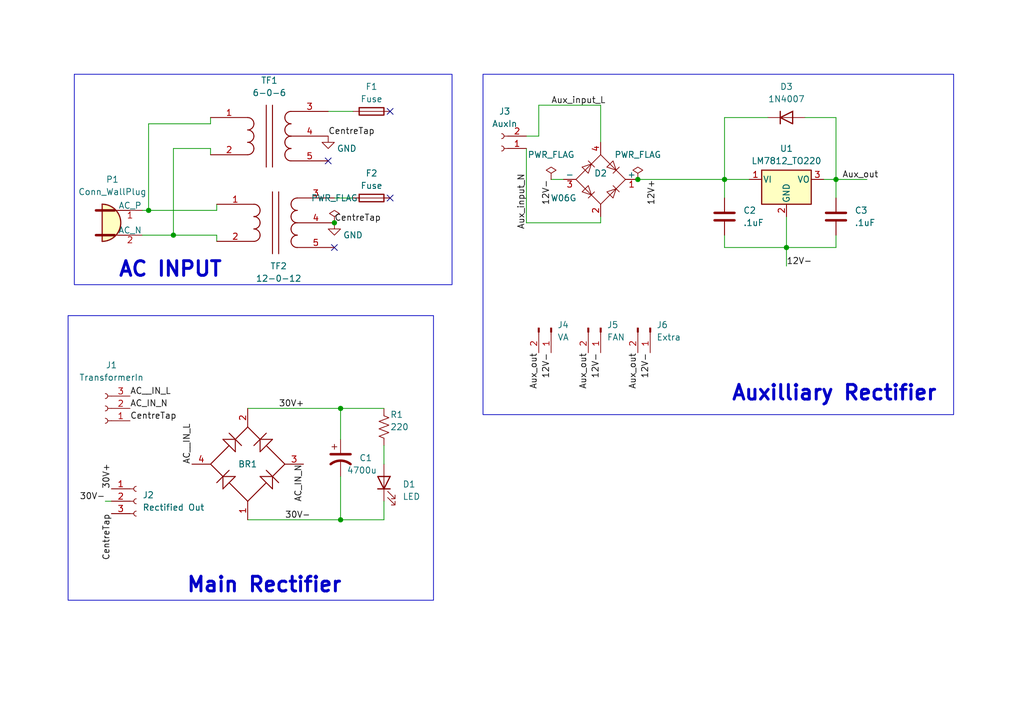
<source format=kicad_sch>
(kicad_sch (version 20230121) (generator eeschema)

  (uuid 85225bbb-a12f-4483-ac90-767368bd8ae2)

  (paper "A5")

  (title_block
    (title "Bench power supply")
    (date "2023-10-15")
    (rev "1")
  )

  (lib_symbols
    (symbol "Connector:Conn_01x02_Pin" (pin_names (offset 1.016) hide) (in_bom yes) (on_board yes)
      (property "Reference" "J" (at 0 2.54 0)
        (effects (font (size 1.27 1.27)))
      )
      (property "Value" "Conn_01x02_Pin" (at 0 -5.08 0)
        (effects (font (size 1.27 1.27)))
      )
      (property "Footprint" "" (at 0 0 0)
        (effects (font (size 1.27 1.27)) hide)
      )
      (property "Datasheet" "~" (at 0 0 0)
        (effects (font (size 1.27 1.27)) hide)
      )
      (property "ki_locked" "" (at 0 0 0)
        (effects (font (size 1.27 1.27)))
      )
      (property "ki_keywords" "connector" (at 0 0 0)
        (effects (font (size 1.27 1.27)) hide)
      )
      (property "ki_description" "Generic connector, single row, 01x02, script generated" (at 0 0 0)
        (effects (font (size 1.27 1.27)) hide)
      )
      (property "ki_fp_filters" "Connector*:*_1x??_*" (at 0 0 0)
        (effects (font (size 1.27 1.27)) hide)
      )
      (symbol "Conn_01x02_Pin_1_1"
        (polyline
          (pts
            (xy 1.27 -2.54)
            (xy 0.8636 -2.54)
          )
          (stroke (width 0.1524) (type default))
          (fill (type none))
        )
        (polyline
          (pts
            (xy 1.27 0)
            (xy 0.8636 0)
          )
          (stroke (width 0.1524) (type default))
          (fill (type none))
        )
        (rectangle (start 0.8636 -2.413) (end 0 -2.667)
          (stroke (width 0.1524) (type default))
          (fill (type outline))
        )
        (rectangle (start 0.8636 0.127) (end 0 -0.127)
          (stroke (width 0.1524) (type default))
          (fill (type outline))
        )
        (pin passive line (at 5.08 0 180) (length 3.81)
          (name "Pin_1" (effects (font (size 1.27 1.27))))
          (number "1" (effects (font (size 1.27 1.27))))
        )
        (pin passive line (at 5.08 -2.54 180) (length 3.81)
          (name "Pin_2" (effects (font (size 1.27 1.27))))
          (number "2" (effects (font (size 1.27 1.27))))
        )
      )
    )
    (symbol "Connector:Conn_01x02_Socket" (pin_names (offset 1.016) hide) (in_bom yes) (on_board yes)
      (property "Reference" "J" (at 0 2.54 0)
        (effects (font (size 1.27 1.27)))
      )
      (property "Value" "Conn_01x02_Socket" (at 0 -5.08 0)
        (effects (font (size 1.27 1.27)))
      )
      (property "Footprint" "" (at 0 0 0)
        (effects (font (size 1.27 1.27)) hide)
      )
      (property "Datasheet" "~" (at 0 0 0)
        (effects (font (size 1.27 1.27)) hide)
      )
      (property "ki_locked" "" (at 0 0 0)
        (effects (font (size 1.27 1.27)))
      )
      (property "ki_keywords" "connector" (at 0 0 0)
        (effects (font (size 1.27 1.27)) hide)
      )
      (property "ki_description" "Generic connector, single row, 01x02, script generated" (at 0 0 0)
        (effects (font (size 1.27 1.27)) hide)
      )
      (property "ki_fp_filters" "Connector*:*_1x??_*" (at 0 0 0)
        (effects (font (size 1.27 1.27)) hide)
      )
      (symbol "Conn_01x02_Socket_1_1"
        (arc (start 0 -2.032) (mid -0.5058 -2.54) (end 0 -3.048)
          (stroke (width 0.1524) (type default))
          (fill (type none))
        )
        (polyline
          (pts
            (xy -1.27 -2.54)
            (xy -0.508 -2.54)
          )
          (stroke (width 0.1524) (type default))
          (fill (type none))
        )
        (polyline
          (pts
            (xy -1.27 0)
            (xy -0.508 0)
          )
          (stroke (width 0.1524) (type default))
          (fill (type none))
        )
        (arc (start 0 0.508) (mid -0.5058 0) (end 0 -0.508)
          (stroke (width 0.1524) (type default))
          (fill (type none))
        )
        (pin passive line (at -5.08 0 0) (length 3.81)
          (name "Pin_1" (effects (font (size 1.27 1.27))))
          (number "1" (effects (font (size 1.27 1.27))))
        )
        (pin passive line (at -5.08 -2.54 0) (length 3.81)
          (name "Pin_2" (effects (font (size 1.27 1.27))))
          (number "2" (effects (font (size 1.27 1.27))))
        )
      )
    )
    (symbol "Connector:Conn_01x03_Socket" (pin_names (offset 1.016) hide) (in_bom yes) (on_board yes)
      (property "Reference" "J" (at 0 5.08 0)
        (effects (font (size 1.27 1.27)))
      )
      (property "Value" "Conn_01x03_Socket" (at 0 -5.08 0)
        (effects (font (size 1.27 1.27)))
      )
      (property "Footprint" "" (at 0 0 0)
        (effects (font (size 1.27 1.27)) hide)
      )
      (property "Datasheet" "~" (at 0 0 0)
        (effects (font (size 1.27 1.27)) hide)
      )
      (property "ki_locked" "" (at 0 0 0)
        (effects (font (size 1.27 1.27)))
      )
      (property "ki_keywords" "connector" (at 0 0 0)
        (effects (font (size 1.27 1.27)) hide)
      )
      (property "ki_description" "Generic connector, single row, 01x03, script generated" (at 0 0 0)
        (effects (font (size 1.27 1.27)) hide)
      )
      (property "ki_fp_filters" "Connector*:*_1x??_*" (at 0 0 0)
        (effects (font (size 1.27 1.27)) hide)
      )
      (symbol "Conn_01x03_Socket_1_1"
        (arc (start 0 -2.032) (mid -0.5058 -2.54) (end 0 -3.048)
          (stroke (width 0.1524) (type default))
          (fill (type none))
        )
        (polyline
          (pts
            (xy -1.27 -2.54)
            (xy -0.508 -2.54)
          )
          (stroke (width 0.1524) (type default))
          (fill (type none))
        )
        (polyline
          (pts
            (xy -1.27 0)
            (xy -0.508 0)
          )
          (stroke (width 0.1524) (type default))
          (fill (type none))
        )
        (polyline
          (pts
            (xy -1.27 2.54)
            (xy -0.508 2.54)
          )
          (stroke (width 0.1524) (type default))
          (fill (type none))
        )
        (arc (start 0 0.508) (mid -0.5058 0) (end 0 -0.508)
          (stroke (width 0.1524) (type default))
          (fill (type none))
        )
        (arc (start 0 3.048) (mid -0.5058 2.54) (end 0 2.032)
          (stroke (width 0.1524) (type default))
          (fill (type none))
        )
        (pin passive line (at -5.08 2.54 0) (length 3.81)
          (name "Pin_1" (effects (font (size 1.27 1.27))))
          (number "1" (effects (font (size 1.27 1.27))))
        )
        (pin passive line (at -5.08 0 0) (length 3.81)
          (name "Pin_2" (effects (font (size 1.27 1.27))))
          (number "2" (effects (font (size 1.27 1.27))))
        )
        (pin passive line (at -5.08 -2.54 0) (length 3.81)
          (name "Pin_3" (effects (font (size 1.27 1.27))))
          (number "3" (effects (font (size 1.27 1.27))))
        )
      )
    )
    (symbol "Connector:Conn_WallPlug" (pin_names (offset 0)) (in_bom yes) (on_board yes)
      (property "Reference" "P" (at -1.27 4.445 0)
        (effects (font (size 1.27 1.27)) (justify bottom))
      )
      (property "Value" "Conn_WallPlug" (at -5.715 0 90)
        (effects (font (size 1.27 1.27)) (justify bottom))
      )
      (property "Footprint" "" (at 10.16 0 0)
        (effects (font (size 1.27 1.27)) hide)
      )
      (property "Datasheet" "~" (at 10.16 0 0)
        (effects (font (size 1.27 1.27)) hide)
      )
      (property "ki_keywords" "wall plug 110VAC 220VAC" (at 0 0 0)
        (effects (font (size 1.27 1.27)) hide)
      )
      (property "ki_description" "3-pin general wall plug, no Earth wire (110VAC, 220VAC)" (at 0 0 0)
        (effects (font (size 1.27 1.27)) hide)
      )
      (symbol "Conn_WallPlug_0_1"
        (arc (start -3.175 -3.81) (mid 0.6184 0) (end -3.175 3.81)
          (stroke (width 0.254) (type default))
          (fill (type background))
        )
        (polyline
          (pts
            (xy -4.445 -2.54)
            (xy -0.635 -2.54)
          )
          (stroke (width 0.508) (type default))
          (fill (type none))
        )
        (polyline
          (pts
            (xy -4.445 2.54)
            (xy -0.635 2.54)
          )
          (stroke (width 0.508) (type default))
          (fill (type none))
        )
        (polyline
          (pts
            (xy -3.175 -3.81)
            (xy -3.175 3.81)
          )
          (stroke (width 0.254) (type default))
          (fill (type none))
        )
        (polyline
          (pts
            (xy -0.635 -2.54)
            (xy 2.54 -2.54)
          )
          (stroke (width 0) (type default))
          (fill (type none))
        )
        (polyline
          (pts
            (xy -0.635 2.54)
            (xy 2.54 2.54)
          )
          (stroke (width 0) (type default))
          (fill (type none))
        )
      )
      (symbol "Conn_WallPlug_1_1"
        (pin power_out line (at 5.08 2.54 180) (length 5.08)
          (name "AC_P" (effects (font (size 1.27 1.27))))
          (number "1" (effects (font (size 1.27 1.27))))
        )
        (pin power_out line (at 5.08 -2.54 180) (length 5.08)
          (name "AC_N" (effects (font (size 1.27 1.27))))
          (number "2" (effects (font (size 1.27 1.27))))
        )
      )
    )
    (symbol "Device:C" (pin_numbers hide) (pin_names (offset 0.254)) (in_bom yes) (on_board yes)
      (property "Reference" "C" (at 0.635 2.54 0)
        (effects (font (size 1.27 1.27)) (justify left))
      )
      (property "Value" "C" (at 0.635 -2.54 0)
        (effects (font (size 1.27 1.27)) (justify left))
      )
      (property "Footprint" "" (at 0.9652 -3.81 0)
        (effects (font (size 1.27 1.27)) hide)
      )
      (property "Datasheet" "~" (at 0 0 0)
        (effects (font (size 1.27 1.27)) hide)
      )
      (property "ki_keywords" "cap capacitor" (at 0 0 0)
        (effects (font (size 1.27 1.27)) hide)
      )
      (property "ki_description" "Unpolarized capacitor" (at 0 0 0)
        (effects (font (size 1.27 1.27)) hide)
      )
      (property "ki_fp_filters" "C_*" (at 0 0 0)
        (effects (font (size 1.27 1.27)) hide)
      )
      (symbol "C_0_1"
        (polyline
          (pts
            (xy -2.032 -0.762)
            (xy 2.032 -0.762)
          )
          (stroke (width 0.508) (type default))
          (fill (type none))
        )
        (polyline
          (pts
            (xy -2.032 0.762)
            (xy 2.032 0.762)
          )
          (stroke (width 0.508) (type default))
          (fill (type none))
        )
      )
      (symbol "C_1_1"
        (pin passive line (at 0 3.81 270) (length 2.794)
          (name "~" (effects (font (size 1.27 1.27))))
          (number "1" (effects (font (size 1.27 1.27))))
        )
        (pin passive line (at 0 -3.81 90) (length 2.794)
          (name "~" (effects (font (size 1.27 1.27))))
          (number "2" (effects (font (size 1.27 1.27))))
        )
      )
    )
    (symbol "Device:C_Polarized_US" (pin_numbers hide) (pin_names (offset 0.254) hide) (in_bom yes) (on_board yes)
      (property "Reference" "C" (at 0.635 2.54 0)
        (effects (font (size 1.27 1.27)) (justify left))
      )
      (property "Value" "C_Polarized_US" (at 0.635 -2.54 0)
        (effects (font (size 1.27 1.27)) (justify left))
      )
      (property "Footprint" "" (at 0 0 0)
        (effects (font (size 1.27 1.27)) hide)
      )
      (property "Datasheet" "~" (at 0 0 0)
        (effects (font (size 1.27 1.27)) hide)
      )
      (property "ki_keywords" "cap capacitor" (at 0 0 0)
        (effects (font (size 1.27 1.27)) hide)
      )
      (property "ki_description" "Polarized capacitor, US symbol" (at 0 0 0)
        (effects (font (size 1.27 1.27)) hide)
      )
      (property "ki_fp_filters" "CP_*" (at 0 0 0)
        (effects (font (size 1.27 1.27)) hide)
      )
      (symbol "C_Polarized_US_0_1"
        (polyline
          (pts
            (xy -2.032 0.762)
            (xy 2.032 0.762)
          )
          (stroke (width 0.508) (type default))
          (fill (type none))
        )
        (polyline
          (pts
            (xy -1.778 2.286)
            (xy -0.762 2.286)
          )
          (stroke (width 0) (type default))
          (fill (type none))
        )
        (polyline
          (pts
            (xy -1.27 1.778)
            (xy -1.27 2.794)
          )
          (stroke (width 0) (type default))
          (fill (type none))
        )
        (arc (start 2.032 -1.27) (mid 0 -0.5572) (end -2.032 -1.27)
          (stroke (width 0.508) (type default))
          (fill (type none))
        )
      )
      (symbol "C_Polarized_US_1_1"
        (pin passive line (at 0 3.81 270) (length 2.794)
          (name "~" (effects (font (size 1.27 1.27))))
          (number "1" (effects (font (size 1.27 1.27))))
        )
        (pin passive line (at 0 -3.81 90) (length 3.302)
          (name "~" (effects (font (size 1.27 1.27))))
          (number "2" (effects (font (size 1.27 1.27))))
        )
      )
    )
    (symbol "Device:Fuse" (pin_numbers hide) (pin_names (offset 0)) (in_bom yes) (on_board yes)
      (property "Reference" "F" (at 2.032 0 90)
        (effects (font (size 1.27 1.27)))
      )
      (property "Value" "Fuse" (at -1.905 0 90)
        (effects (font (size 1.27 1.27)))
      )
      (property "Footprint" "" (at -1.778 0 90)
        (effects (font (size 1.27 1.27)) hide)
      )
      (property "Datasheet" "~" (at 0 0 0)
        (effects (font (size 1.27 1.27)) hide)
      )
      (property "ki_keywords" "fuse" (at 0 0 0)
        (effects (font (size 1.27 1.27)) hide)
      )
      (property "ki_description" "Fuse" (at 0 0 0)
        (effects (font (size 1.27 1.27)) hide)
      )
      (property "ki_fp_filters" "*Fuse*" (at 0 0 0)
        (effects (font (size 1.27 1.27)) hide)
      )
      (symbol "Fuse_0_1"
        (rectangle (start -0.762 -2.54) (end 0.762 2.54)
          (stroke (width 0.254) (type default))
          (fill (type none))
        )
        (polyline
          (pts
            (xy 0 2.54)
            (xy 0 -2.54)
          )
          (stroke (width 0) (type default))
          (fill (type none))
        )
      )
      (symbol "Fuse_1_1"
        (pin passive line (at 0 3.81 270) (length 1.27)
          (name "~" (effects (font (size 1.27 1.27))))
          (number "1" (effects (font (size 1.27 1.27))))
        )
        (pin passive line (at 0 -3.81 90) (length 1.27)
          (name "~" (effects (font (size 1.27 1.27))))
          (number "2" (effects (font (size 1.27 1.27))))
        )
      )
    )
    (symbol "Device:LED" (pin_numbers hide) (pin_names (offset 1.016) hide) (in_bom yes) (on_board yes)
      (property "Reference" "D" (at 0 2.54 0)
        (effects (font (size 1.27 1.27)))
      )
      (property "Value" "LED" (at 0 -2.54 0)
        (effects (font (size 1.27 1.27)))
      )
      (property "Footprint" "" (at 0 0 0)
        (effects (font (size 1.27 1.27)) hide)
      )
      (property "Datasheet" "~" (at 0 0 0)
        (effects (font (size 1.27 1.27)) hide)
      )
      (property "ki_keywords" "LED diode" (at 0 0 0)
        (effects (font (size 1.27 1.27)) hide)
      )
      (property "ki_description" "Light emitting diode" (at 0 0 0)
        (effects (font (size 1.27 1.27)) hide)
      )
      (property "ki_fp_filters" "LED* LED_SMD:* LED_THT:*" (at 0 0 0)
        (effects (font (size 1.27 1.27)) hide)
      )
      (symbol "LED_0_1"
        (polyline
          (pts
            (xy -1.27 -1.27)
            (xy -1.27 1.27)
          )
          (stroke (width 0.254) (type default))
          (fill (type none))
        )
        (polyline
          (pts
            (xy -1.27 0)
            (xy 1.27 0)
          )
          (stroke (width 0) (type default))
          (fill (type none))
        )
        (polyline
          (pts
            (xy 1.27 -1.27)
            (xy 1.27 1.27)
            (xy -1.27 0)
            (xy 1.27 -1.27)
          )
          (stroke (width 0.254) (type default))
          (fill (type none))
        )
        (polyline
          (pts
            (xy -3.048 -0.762)
            (xy -4.572 -2.286)
            (xy -3.81 -2.286)
            (xy -4.572 -2.286)
            (xy -4.572 -1.524)
          )
          (stroke (width 0) (type default))
          (fill (type none))
        )
        (polyline
          (pts
            (xy -1.778 -0.762)
            (xy -3.302 -2.286)
            (xy -2.54 -2.286)
            (xy -3.302 -2.286)
            (xy -3.302 -1.524)
          )
          (stroke (width 0) (type default))
          (fill (type none))
        )
      )
      (symbol "LED_1_1"
        (pin passive line (at -3.81 0 0) (length 2.54)
          (name "K" (effects (font (size 1.27 1.27))))
          (number "1" (effects (font (size 1.27 1.27))))
        )
        (pin passive line (at 3.81 0 180) (length 2.54)
          (name "A" (effects (font (size 1.27 1.27))))
          (number "2" (effects (font (size 1.27 1.27))))
        )
      )
    )
    (symbol "Device:R_US" (pin_numbers hide) (pin_names (offset 0)) (in_bom yes) (on_board yes)
      (property "Reference" "R" (at 2.54 0 90)
        (effects (font (size 1.27 1.27)))
      )
      (property "Value" "R_US" (at -2.54 0 90)
        (effects (font (size 1.27 1.27)))
      )
      (property "Footprint" "" (at 1.016 -0.254 90)
        (effects (font (size 1.27 1.27)) hide)
      )
      (property "Datasheet" "~" (at 0 0 0)
        (effects (font (size 1.27 1.27)) hide)
      )
      (property "ki_keywords" "R res resistor" (at 0 0 0)
        (effects (font (size 1.27 1.27)) hide)
      )
      (property "ki_description" "Resistor, US symbol" (at 0 0 0)
        (effects (font (size 1.27 1.27)) hide)
      )
      (property "ki_fp_filters" "R_*" (at 0 0 0)
        (effects (font (size 1.27 1.27)) hide)
      )
      (symbol "R_US_0_1"
        (polyline
          (pts
            (xy 0 -2.286)
            (xy 0 -2.54)
          )
          (stroke (width 0) (type default))
          (fill (type none))
        )
        (polyline
          (pts
            (xy 0 2.286)
            (xy 0 2.54)
          )
          (stroke (width 0) (type default))
          (fill (type none))
        )
        (polyline
          (pts
            (xy 0 -0.762)
            (xy 1.016 -1.143)
            (xy 0 -1.524)
            (xy -1.016 -1.905)
            (xy 0 -2.286)
          )
          (stroke (width 0) (type default))
          (fill (type none))
        )
        (polyline
          (pts
            (xy 0 0.762)
            (xy 1.016 0.381)
            (xy 0 0)
            (xy -1.016 -0.381)
            (xy 0 -0.762)
          )
          (stroke (width 0) (type default))
          (fill (type none))
        )
        (polyline
          (pts
            (xy 0 2.286)
            (xy 1.016 1.905)
            (xy 0 1.524)
            (xy -1.016 1.143)
            (xy 0 0.762)
          )
          (stroke (width 0) (type default))
          (fill (type none))
        )
      )
      (symbol "R_US_1_1"
        (pin passive line (at 0 3.81 270) (length 1.27)
          (name "~" (effects (font (size 1.27 1.27))))
          (number "1" (effects (font (size 1.27 1.27))))
        )
        (pin passive line (at 0 -3.81 90) (length 1.27)
          (name "~" (effects (font (size 1.27 1.27))))
          (number "2" (effects (font (size 1.27 1.27))))
        )
      )
    )
    (symbol "Diode:1N4007" (pin_numbers hide) (pin_names hide) (in_bom yes) (on_board yes)
      (property "Reference" "D" (at 0 2.54 0)
        (effects (font (size 1.27 1.27)))
      )
      (property "Value" "1N4007" (at 0 -2.54 0)
        (effects (font (size 1.27 1.27)))
      )
      (property "Footprint" "Diode_THT:D_DO-41_SOD81_P10.16mm_Horizontal" (at 0 -4.445 0)
        (effects (font (size 1.27 1.27)) hide)
      )
      (property "Datasheet" "http://www.vishay.com/docs/88503/1n4001.pdf" (at 0 0 0)
        (effects (font (size 1.27 1.27)) hide)
      )
      (property "Sim.Device" "D" (at 0 0 0)
        (effects (font (size 1.27 1.27)) hide)
      )
      (property "Sim.Pins" "1=K 2=A" (at 0 0 0)
        (effects (font (size 1.27 1.27)) hide)
      )
      (property "ki_keywords" "diode" (at 0 0 0)
        (effects (font (size 1.27 1.27)) hide)
      )
      (property "ki_description" "1000V 1A General Purpose Rectifier Diode, DO-41" (at 0 0 0)
        (effects (font (size 1.27 1.27)) hide)
      )
      (property "ki_fp_filters" "D*DO?41*" (at 0 0 0)
        (effects (font (size 1.27 1.27)) hide)
      )
      (symbol "1N4007_0_1"
        (polyline
          (pts
            (xy -1.27 1.27)
            (xy -1.27 -1.27)
          )
          (stroke (width 0.254) (type default))
          (fill (type none))
        )
        (polyline
          (pts
            (xy 1.27 0)
            (xy -1.27 0)
          )
          (stroke (width 0) (type default))
          (fill (type none))
        )
        (polyline
          (pts
            (xy 1.27 1.27)
            (xy 1.27 -1.27)
            (xy -1.27 0)
            (xy 1.27 1.27)
          )
          (stroke (width 0.254) (type default))
          (fill (type none))
        )
      )
      (symbol "1N4007_1_1"
        (pin passive line (at -3.81 0 0) (length 2.54)
          (name "K" (effects (font (size 1.27 1.27))))
          (number "1" (effects (font (size 1.27 1.27))))
        )
        (pin passive line (at 3.81 0 180) (length 2.54)
          (name "A" (effects (font (size 1.27 1.27))))
          (number "2" (effects (font (size 1.27 1.27))))
        )
      )
    )
    (symbol "Diode_Bridge:W06G" (pin_names (offset 0)) (in_bom yes) (on_board yes)
      (property "Reference" "D" (at 2.54 6.985 0)
        (effects (font (size 1.27 1.27)) (justify left))
      )
      (property "Value" "W06G" (at 2.54 5.08 0)
        (effects (font (size 1.27 1.27)) (justify left))
      )
      (property "Footprint" "Diode_THT:Diode_Bridge_Round_D9.8mm" (at 3.81 3.175 0)
        (effects (font (size 1.27 1.27)) (justify left) hide)
      )
      (property "Datasheet" "https://www.vishay.com/docs/88769/woo5g.pdf" (at 0 0 0)
        (effects (font (size 1.27 1.27)) hide)
      )
      (property "ki_keywords" "Bridge Rectifier acdc" (at 0 0 0)
        (effects (font (size 1.27 1.27)) hide)
      )
      (property "ki_description" "Glass Passivated Single-Phase Bridge Rectifier, 420V Vrms, 1.5A If, WOG package" (at 0 0 0)
        (effects (font (size 1.27 1.27)) hide)
      )
      (property "ki_fp_filters" "D*Bridge*Round*D9.8mm*" (at 0 0 0)
        (effects (font (size 1.27 1.27)) hide)
      )
      (symbol "W06G_0_1"
        (polyline
          (pts
            (xy -2.54 3.81)
            (xy -1.27 2.54)
          )
          (stroke (width 0) (type default))
          (fill (type none))
        )
        (polyline
          (pts
            (xy -1.27 -2.54)
            (xy -2.54 -3.81)
          )
          (stroke (width 0) (type default))
          (fill (type none))
        )
        (polyline
          (pts
            (xy 2.54 -1.27)
            (xy 3.81 -2.54)
          )
          (stroke (width 0) (type default))
          (fill (type none))
        )
        (polyline
          (pts
            (xy 2.54 1.27)
            (xy 3.81 2.54)
          )
          (stroke (width 0) (type default))
          (fill (type none))
        )
        (polyline
          (pts
            (xy -3.81 2.54)
            (xy -2.54 1.27)
            (xy -1.905 3.175)
            (xy -3.81 2.54)
          )
          (stroke (width 0) (type default))
          (fill (type none))
        )
        (polyline
          (pts
            (xy -2.54 -1.27)
            (xy -3.81 -2.54)
            (xy -1.905 -3.175)
            (xy -2.54 -1.27)
          )
          (stroke (width 0) (type default))
          (fill (type none))
        )
        (polyline
          (pts
            (xy 1.27 2.54)
            (xy 2.54 3.81)
            (xy 3.175 1.905)
            (xy 1.27 2.54)
          )
          (stroke (width 0) (type default))
          (fill (type none))
        )
        (polyline
          (pts
            (xy 3.175 -1.905)
            (xy 1.27 -2.54)
            (xy 2.54 -3.81)
            (xy 3.175 -1.905)
          )
          (stroke (width 0) (type default))
          (fill (type none))
        )
        (polyline
          (pts
            (xy -5.08 0)
            (xy 0 -5.08)
            (xy 5.08 0)
            (xy 0 5.08)
            (xy -5.08 0)
          )
          (stroke (width 0) (type default))
          (fill (type none))
        )
      )
      (symbol "W06G_1_1"
        (pin passive line (at 7.62 0 180) (length 2.54)
          (name "+" (effects (font (size 1.27 1.27))))
          (number "1" (effects (font (size 1.27 1.27))))
        )
        (pin passive line (at 0 -7.62 90) (length 2.54)
          (name "~" (effects (font (size 1.27 1.27))))
          (number "2" (effects (font (size 1.27 1.27))))
        )
        (pin passive line (at -7.62 0 0) (length 2.54)
          (name "-" (effects (font (size 1.27 1.27))))
          (number "3" (effects (font (size 1.27 1.27))))
        )
        (pin passive line (at 0 7.62 270) (length 2.54)
          (name "~" (effects (font (size 1.27 1.27))))
          (number "4" (effects (font (size 1.27 1.27))))
        )
      )
    )
    (symbol "Regulator_Linear:LM7812_TO220" (pin_names (offset 0.254)) (in_bom yes) (on_board yes)
      (property "Reference" "U" (at -3.81 3.175 0)
        (effects (font (size 1.27 1.27)))
      )
      (property "Value" "LM7812_TO220" (at 0 3.175 0)
        (effects (font (size 1.27 1.27)) (justify left))
      )
      (property "Footprint" "Package_TO_SOT_THT:TO-220-3_Vertical" (at 0 5.715 0)
        (effects (font (size 1.27 1.27) italic) hide)
      )
      (property "Datasheet" "https://www.onsemi.cn/PowerSolutions/document/MC7800-D.PDF" (at 0 -1.27 0)
        (effects (font (size 1.27 1.27)) hide)
      )
      (property "ki_keywords" "Voltage Regulator 1A Positive" (at 0 0 0)
        (effects (font (size 1.27 1.27)) hide)
      )
      (property "ki_description" "Positive 1A 35V Linear Regulator, Fixed Output 12V, TO-220" (at 0 0 0)
        (effects (font (size 1.27 1.27)) hide)
      )
      (property "ki_fp_filters" "TO?220*" (at 0 0 0)
        (effects (font (size 1.27 1.27)) hide)
      )
      (symbol "LM7812_TO220_0_1"
        (rectangle (start -5.08 1.905) (end 5.08 -5.08)
          (stroke (width 0.254) (type default))
          (fill (type background))
        )
      )
      (symbol "LM7812_TO220_1_1"
        (pin power_in line (at -7.62 0 0) (length 2.54)
          (name "VI" (effects (font (size 1.27 1.27))))
          (number "1" (effects (font (size 1.27 1.27))))
        )
        (pin power_in line (at 0 -7.62 90) (length 2.54)
          (name "GND" (effects (font (size 1.27 1.27))))
          (number "2" (effects (font (size 1.27 1.27))))
        )
        (pin power_out line (at 7.62 0 180) (length 2.54)
          (name "VO" (effects (font (size 1.27 1.27))))
          (number "3" (effects (font (size 1.27 1.27))))
        )
      )
    )
    (symbol "V_Diode:BRIDGE_RECTIFIER_CLASSIC" (in_bom yes) (on_board yes)
      (property "Reference" "BR" (at -11.43 16.51 0)
        (effects (font (size 1.27 1.27)) (justify left))
      )
      (property "Value" "BRIDGE_RECTIFIER_CLASSIC" (at -11.43 13.97 0)
        (effects (font (size 1.27 1.27)) (justify left))
      )
      (property "Footprint" "package name for PCB layout" (at 0 0 0)
        (effects (font (size 1.27 1.27)) hide)
      )
      (property "Datasheet" "" (at 0 0 0)
        (effects (font (size 1.27 1.27)) hide)
      )
      (property "ki_locked" "" (at 0 0 0)
        (effects (font (size 1.27 1.27)))
      )
      (property "ki_fp_filters" "package" (at 0 0 0)
        (effects (font (size 1.27 1.27)) hide)
      )
      (symbol "BRIDGE_RECTIFIER_CLASSIC_0_0"
        (polyline
          (pts
            (xy -5.08 -5.08)
            (xy -5.08 -2.54)
          )
          (stroke (width 0.2032) (type solid))
          (fill (type none))
        )
        (polyline
          (pts
            (xy -5.08 -2.54)
            (xy -7.62 0)
          )
          (stroke (width 0.2032) (type solid))
          (fill (type none))
        )
        (polyline
          (pts
            (xy -5.08 -2.54)
            (xy -2.54 -2.54)
          )
          (stroke (width 0.2032) (type solid))
          (fill (type none))
        )
        (polyline
          (pts
            (xy -5.08 5.08)
            (xy -2.54 2.54)
          )
          (stroke (width 0.2032) (type solid))
          (fill (type none))
        )
        (polyline
          (pts
            (xy -3.81 -3.81)
            (xy 0 -7.62)
          )
          (stroke (width 0.2032) (type solid))
          (fill (type none))
        )
        (polyline
          (pts
            (xy -3.81 -1.27)
            (xy -6.35 -3.81)
          )
          (stroke (width 0.2032) (type solid))
          (fill (type none))
        )
        (polyline
          (pts
            (xy -3.81 3.81)
            (xy -7.62 0)
          )
          (stroke (width 0.2032) (type solid))
          (fill (type none))
        )
        (polyline
          (pts
            (xy -3.81 6.35)
            (xy -1.27 3.81)
          )
          (stroke (width 0.2032) (type solid))
          (fill (type none))
        )
        (polyline
          (pts
            (xy -2.54 -2.54)
            (xy -5.08 -5.08)
          )
          (stroke (width 0.2032) (type solid))
          (fill (type none))
        )
        (polyline
          (pts
            (xy -2.54 2.54)
            (xy -2.54 5.08)
          )
          (stroke (width 0.2032) (type solid))
          (fill (type none))
        )
        (polyline
          (pts
            (xy -2.54 5.08)
            (xy -5.08 5.08)
          )
          (stroke (width 0.2032) (type solid))
          (fill (type none))
        )
        (polyline
          (pts
            (xy -2.54 5.08)
            (xy 0 7.62)
          )
          (stroke (width 0.2032) (type solid))
          (fill (type none))
        )
        (polyline
          (pts
            (xy 2.54 -2.54)
            (xy 5.08 -5.08)
          )
          (stroke (width 0.2032) (type solid))
          (fill (type none))
        )
        (polyline
          (pts
            (xy 2.54 2.54)
            (xy 2.54 5.08)
          )
          (stroke (width 0.2032) (type solid))
          (fill (type none))
        )
        (polyline
          (pts
            (xy 2.54 5.08)
            (xy 0 7.62)
          )
          (stroke (width 0.2032) (type solid))
          (fill (type none))
        )
        (polyline
          (pts
            (xy 2.54 5.08)
            (xy 5.08 5.08)
          )
          (stroke (width 0.2032) (type solid))
          (fill (type none))
        )
        (polyline
          (pts
            (xy 3.81 -3.81)
            (xy 0 -7.62)
          )
          (stroke (width 0.2032) (type solid))
          (fill (type none))
        )
        (polyline
          (pts
            (xy 3.81 -1.27)
            (xy 6.35 -3.81)
          )
          (stroke (width 0.2032) (type solid))
          (fill (type none))
        )
        (polyline
          (pts
            (xy 3.81 3.81)
            (xy 7.62 0)
          )
          (stroke (width 0.2032) (type solid))
          (fill (type none))
        )
        (polyline
          (pts
            (xy 3.81 6.35)
            (xy 1.27 3.81)
          )
          (stroke (width 0.2032) (type solid))
          (fill (type none))
        )
        (polyline
          (pts
            (xy 5.08 -5.08)
            (xy 5.08 -2.54)
          )
          (stroke (width 0.2032) (type solid))
          (fill (type none))
        )
        (polyline
          (pts
            (xy 5.08 -2.54)
            (xy 2.54 -2.54)
          )
          (stroke (width 0.2032) (type solid))
          (fill (type none))
        )
        (polyline
          (pts
            (xy 5.08 -2.54)
            (xy 7.62 0)
          )
          (stroke (width 0.2032) (type solid))
          (fill (type none))
        )
        (polyline
          (pts
            (xy 5.08 5.08)
            (xy 2.54 2.54)
          )
          (stroke (width 0.2032) (type solid))
          (fill (type none))
        )
      )
      (symbol "BRIDGE_RECTIFIER_CLASSIC_1_0"
        (pin unspecified line (at 0 -11.43 90) (length 3.81)
          (name "~" (effects (font (size 1.27 1.27))))
          (number "1" (effects (font (size 1.27 1.27))))
        )
        (pin unspecified line (at 0 11.43 270) (length 3.81)
          (name "~" (effects (font (size 1.27 1.27))))
          (number "2" (effects (font (size 1.27 1.27))))
        )
        (pin unspecified line (at 11.43 0 180) (length 3.81)
          (name "~" (effects (font (size 1.27 1.27))))
          (number "3" (effects (font (size 1.27 1.27))))
        )
        (pin unspecified line (at -11.43 0 0) (length 3.81)
          (name "~" (effects (font (size 1.27 1.27))))
          (number "4" (effects (font (size 1.27 1.27))))
        )
      )
    )
    (symbol "V_Passive:TRANSFORMER" (in_bom yes) (on_board yes)
      (property "Reference" "TF" (at -12.065 11.43 0)
        (effects (font (size 1.27 1.27)) (justify left))
      )
      (property "Value" "TRANSFORMER" (at -12.065 8.89 0)
        (effects (font (size 1.27 1.27)) (justify left))
      )
      (property "Footprint" "package name for PCB layout" (at 0 0 0)
        (effects (font (size 1.27 1.27)) hide)
      )
      (property "Datasheet" "" (at 0 0 0)
        (effects (font (size 1.27 1.27)) hide)
      )
      (property "ki_locked" "" (at 0 0 0)
        (effects (font (size 1.27 1.27)))
      )
      (property "ki_fp_filters" "package" (at 0 0 0)
        (effects (font (size 1.27 1.27)) hide)
      )
      (symbol "TRANSFORMER_0_0"
        (arc (start -5.08 -3.81) (mid -4.182 -3.438) (end -3.81 -2.54)
          (stroke (width 0.2032) (type solid))
          (fill (type none))
        )
        (arc (start -5.08 -1.27) (mid -4.182 -0.898) (end -3.81 0)
          (stroke (width 0.2032) (type solid))
          (fill (type none))
        )
        (arc (start -5.08 1.27) (mid -4.182 1.642) (end -3.81 2.54)
          (stroke (width 0.2032) (type solid))
          (fill (type none))
        )
        (arc (start -3.81 -2.54) (mid -4.182 -1.642) (end -5.08 -1.27)
          (stroke (width 0.2032) (type solid))
          (fill (type none))
        )
        (arc (start -3.81 0) (mid -4.182 0.898) (end -5.08 1.27)
          (stroke (width 0.2032) (type solid))
          (fill (type none))
        )
        (arc (start -3.81 2.54) (mid -4.182 3.438) (end -5.08 3.81)
          (stroke (width 0.2032) (type solid))
          (fill (type none))
        )
        (polyline
          (pts
            (xy -1.27 6.35)
            (xy -1.27 -6.35)
          )
          (stroke (width 0.2032) (type solid))
          (fill (type none))
        )
        (polyline
          (pts
            (xy 0 6.35)
            (xy 0 -6.35)
          )
          (stroke (width 0.2032) (type solid))
          (fill (type none))
        )
        (arc (start 2.54 -3.81) (mid 2.912 -4.708) (end 3.81 -5.08)
          (stroke (width 0.2032) (type solid))
          (fill (type none))
        )
        (arc (start 2.54 -1.27) (mid 2.912 -2.168) (end 3.81 -2.54)
          (stroke (width 0.2032) (type solid))
          (fill (type none))
        )
        (arc (start 2.54 1.27) (mid 2.912 0.372) (end 3.81 0)
          (stroke (width 0.2032) (type solid))
          (fill (type none))
        )
        (arc (start 2.54 3.81) (mid 2.912 2.912) (end 3.81 2.54)
          (stroke (width 0.2032) (type solid))
          (fill (type none))
        )
        (arc (start 3.81 -2.54) (mid 2.912 -2.912) (end 2.54 -3.81)
          (stroke (width 0.2032) (type solid))
          (fill (type none))
        )
        (arc (start 3.81 0) (mid 2.912 -0.372) (end 2.54 -1.27)
          (stroke (width 0.2032) (type solid))
          (fill (type none))
        )
        (arc (start 3.81 2.54) (mid 2.912 2.168) (end 2.54 1.27)
          (stroke (width 0.2032) (type solid))
          (fill (type none))
        )
        (arc (start 3.81 5.08) (mid 2.912 4.708) (end 2.54 3.81)
          (stroke (width 0.2032) (type solid))
          (fill (type none))
        )
      )
      (symbol "TRANSFORMER_1_0"
        (pin unspecified line (at -12.7 3.81 0) (length 7.62)
          (name "~" (effects (font (size 1.27 1.27))))
          (number "1" (effects (font (size 1.27 1.27))))
        )
        (pin unspecified line (at -12.7 -3.81 0) (length 7.62)
          (name "~" (effects (font (size 1.27 1.27))))
          (number "2" (effects (font (size 1.27 1.27))))
        )
        (pin unspecified line (at 11.43 5.08 180) (length 7.62)
          (name "~" (effects (font (size 1.27 1.27))))
          (number "3" (effects (font (size 1.27 1.27))))
        )
        (pin unspecified line (at 11.43 0 180) (length 7.62)
          (name "~" (effects (font (size 1.27 1.27))))
          (number "4" (effects (font (size 1.27 1.27))))
        )
        (pin unspecified line (at 11.43 -5.08 180) (length 7.62)
          (name "~" (effects (font (size 1.27 1.27))))
          (number "5" (effects (font (size 1.27 1.27))))
        )
      )
    )
    (symbol "power:GND" (power) (pin_names (offset 0)) (in_bom yes) (on_board yes)
      (property "Reference" "#PWR" (at 0 -6.35 0)
        (effects (font (size 1.27 1.27)) hide)
      )
      (property "Value" "GND" (at 0 -3.81 0)
        (effects (font (size 1.27 1.27)))
      )
      (property "Footprint" "" (at 0 0 0)
        (effects (font (size 1.27 1.27)) hide)
      )
      (property "Datasheet" "" (at 0 0 0)
        (effects (font (size 1.27 1.27)) hide)
      )
      (property "ki_keywords" "global power" (at 0 0 0)
        (effects (font (size 1.27 1.27)) hide)
      )
      (property "ki_description" "Power symbol creates a global label with name \"GND\" , ground" (at 0 0 0)
        (effects (font (size 1.27 1.27)) hide)
      )
      (symbol "GND_0_1"
        (polyline
          (pts
            (xy 0 0)
            (xy 0 -1.27)
            (xy 1.27 -1.27)
            (xy 0 -2.54)
            (xy -1.27 -1.27)
            (xy 0 -1.27)
          )
          (stroke (width 0) (type default))
          (fill (type none))
        )
      )
      (symbol "GND_1_1"
        (pin power_in line (at 0 0 270) (length 0) hide
          (name "GND" (effects (font (size 1.27 1.27))))
          (number "1" (effects (font (size 1.27 1.27))))
        )
      )
    )
    (symbol "power:PWR_FLAG" (power) (pin_numbers hide) (pin_names (offset 0) hide) (in_bom yes) (on_board yes)
      (property "Reference" "#FLG" (at 0 1.905 0)
        (effects (font (size 1.27 1.27)) hide)
      )
      (property "Value" "PWR_FLAG" (at 0 3.81 0)
        (effects (font (size 1.27 1.27)))
      )
      (property "Footprint" "" (at 0 0 0)
        (effects (font (size 1.27 1.27)) hide)
      )
      (property "Datasheet" "~" (at 0 0 0)
        (effects (font (size 1.27 1.27)) hide)
      )
      (property "ki_keywords" "flag power" (at 0 0 0)
        (effects (font (size 1.27 1.27)) hide)
      )
      (property "ki_description" "Special symbol for telling ERC where power comes from" (at 0 0 0)
        (effects (font (size 1.27 1.27)) hide)
      )
      (symbol "PWR_FLAG_0_0"
        (pin power_out line (at 0 0 90) (length 0)
          (name "pwr" (effects (font (size 1.27 1.27))))
          (number "1" (effects (font (size 1.27 1.27))))
        )
      )
      (symbol "PWR_FLAG_0_1"
        (polyline
          (pts
            (xy 0 0)
            (xy 0 1.27)
            (xy -1.016 1.905)
            (xy 0 2.54)
            (xy 1.016 1.905)
            (xy 0 1.27)
          )
          (stroke (width 0) (type default))
          (fill (type none))
        )
      )
    )
  )

  (junction (at 30.48 43.18) (diameter 0) (color 0 0 0 0)
    (uuid 1a2d06cb-6c5a-48ef-ac24-7afdfe25635f)
  )
  (junction (at 35.56 48.26) (diameter 0) (color 0 0 0 0)
    (uuid 1d794d87-d015-4dd1-893e-6c24216d7803)
  )
  (junction (at 69.85 83.82) (diameter 0) (color 0 0 0 0)
    (uuid 39200813-caad-4449-8573-0f061217917b)
  )
  (junction (at 171.45 36.83) (diameter 0) (color 0 0 0 0)
    (uuid 685aeaf1-007c-4e10-8e14-3e2cf39669e8)
  )
  (junction (at 130.81 36.83) (diameter 0) (color 0 0 0 0)
    (uuid 7714f014-8382-4d7b-9927-b08128da17b1)
  )
  (junction (at 148.59 36.83) (diameter 0) (color 0 0 0 0)
    (uuid 7fb80f34-9d30-4cad-a39f-13b367ecd08a)
  )
  (junction (at 68.58 45.72) (diameter 0) (color 0 0 0 0)
    (uuid cd8003ea-8686-4103-9c68-665767cd46e7)
  )
  (junction (at 69.85 106.68) (diameter 0) (color 0 0 0 0)
    (uuid da2bb266-98a3-42ba-93a7-968274da3cc0)
  )
  (junction (at 161.29 50.8) (diameter 0) (color 0 0 0 0)
    (uuid f4e46e7e-66f0-44cd-9fec-318e4e414543)
  )

  (no_connect (at 67.31 33.02) (uuid 379be8f9-b416-4bb6-8d92-31f288e8829c))
  (no_connect (at 80.01 40.64) (uuid 7513392f-82e5-40a4-9db0-fc04091c12a5))
  (no_connect (at 68.58 50.8) (uuid b2dcde6e-0fd7-4c87-8902-8938d836c067))
  (no_connect (at 80.01 22.86) (uuid d39e9da1-90eb-4041-a0fb-932a67cb5144))

  (wire (pts (xy 43.18 25.4) (xy 43.18 24.13))
    (stroke (width 0) (type default))
    (uuid 06be11db-788c-45ae-bde3-607f69954d0f)
  )
  (wire (pts (xy 148.59 36.83) (xy 148.59 40.64))
    (stroke (width 0) (type default))
    (uuid 113391ce-bfbe-4d66-be4a-8eb0da923b10)
  )
  (wire (pts (xy 29.21 48.26) (xy 35.56 48.26))
    (stroke (width 0) (type default))
    (uuid 11eb492e-88a0-4524-871b-a560a37bb926)
  )
  (wire (pts (xy 30.48 25.4) (xy 30.48 43.18))
    (stroke (width 0) (type default))
    (uuid 1cea8cb1-13eb-4077-9d34-453f2d902eac)
  )
  (wire (pts (xy 130.81 36.83) (xy 148.59 36.83))
    (stroke (width 0) (type default))
    (uuid 20b81d06-223c-4151-88ff-568c66b147b9)
  )
  (wire (pts (xy 148.59 50.8) (xy 161.29 50.8))
    (stroke (width 0) (type default))
    (uuid 2f2cb634-9346-44d4-9b5c-0828fb7f4d6b)
  )
  (wire (pts (xy 29.21 43.18) (xy 30.48 43.18))
    (stroke (width 0) (type default))
    (uuid 34fdccc7-b4ca-4251-9811-788349c7f59a)
  )
  (wire (pts (xy 69.85 83.82) (xy 78.74 83.82))
    (stroke (width 0) (type default))
    (uuid 373ec210-015f-4476-83c9-4541f7b3fbf5)
  )
  (wire (pts (xy 68.58 40.64) (xy 72.39 40.64))
    (stroke (width 0) (type default))
    (uuid 42c5fdc2-433e-462f-ac35-ab9bdce0ab8c)
  )
  (wire (pts (xy 165.1 24.13) (xy 171.45 24.13))
    (stroke (width 0) (type default))
    (uuid 42e280ee-3909-48c0-84fb-4aa46e17f549)
  )
  (wire (pts (xy 30.48 25.4) (xy 43.18 25.4))
    (stroke (width 0) (type default))
    (uuid 4352488d-f3ec-4335-8833-2fbcf00db9ee)
  )
  (wire (pts (xy 44.45 48.26) (xy 44.45 49.53))
    (stroke (width 0) (type default))
    (uuid 484d0777-2208-4e27-994c-89770f8162b6)
  )
  (wire (pts (xy 43.18 30.48) (xy 43.18 31.75))
    (stroke (width 0) (type default))
    (uuid 4ded9a91-598a-4ff3-b4c7-e0da129a5483)
  )
  (wire (pts (xy 171.45 36.83) (xy 177.8 36.83))
    (stroke (width 0) (type default))
    (uuid 4f1e9603-c9ac-4de1-a841-8310dcf2133d)
  )
  (wire (pts (xy 171.45 50.8) (xy 171.45 48.26))
    (stroke (width 0) (type default))
    (uuid 503b4974-e2a7-41b5-857f-cd860b6cff6f)
  )
  (wire (pts (xy 78.74 91.44) (xy 78.74 95.25))
    (stroke (width 0) (type default))
    (uuid 55f3cead-bf17-4447-8589-8bbf87b15c54)
  )
  (wire (pts (xy 148.59 24.13) (xy 148.59 36.83))
    (stroke (width 0) (type default))
    (uuid 561046cd-53ea-4863-91fa-ca53b6c1d567)
  )
  (wire (pts (xy 78.74 106.68) (xy 69.85 106.68))
    (stroke (width 0) (type default))
    (uuid 5d41ddea-89e4-4732-a907-86dd1612699f)
  )
  (wire (pts (xy 148.59 36.83) (xy 153.67 36.83))
    (stroke (width 0) (type default))
    (uuid 5f5caab9-64db-4818-9152-35eddca97d3c)
  )
  (wire (pts (xy 123.19 21.59) (xy 123.19 29.21))
    (stroke (width 0) (type default))
    (uuid 600a4690-ccff-473a-9612-5abcb8568239)
  )
  (wire (pts (xy 161.29 44.45) (xy 161.29 50.8))
    (stroke (width 0) (type default))
    (uuid 62eb5f36-42b4-4c48-878d-577a62c87a30)
  )
  (wire (pts (xy 168.91 36.83) (xy 171.45 36.83))
    (stroke (width 0) (type default))
    (uuid 654d7251-91ee-4852-81ad-4ee5d587d4bf)
  )
  (wire (pts (xy 69.85 83.82) (xy 69.85 90.17))
    (stroke (width 0) (type default))
    (uuid 7220ecf8-8f0d-41c1-ac53-fa4e10f8b989)
  )
  (wire (pts (xy 21.59 102.87) (xy 22.86 102.87))
    (stroke (width 0) (type default))
    (uuid 776bb4fb-f0d0-4d93-bc75-f10bd6b6065c)
  )
  (wire (pts (xy 107.95 27.94) (xy 110.49 27.94))
    (stroke (width 0) (type default))
    (uuid a43642e5-e900-4557-9067-17fdfa0248f2)
  )
  (wire (pts (xy 157.48 24.13) (xy 148.59 24.13))
    (stroke (width 0) (type default))
    (uuid a595556f-c98e-458c-b64a-849894a54f01)
  )
  (wire (pts (xy 44.45 43.18) (xy 44.45 41.91))
    (stroke (width 0) (type default))
    (uuid a68ceb6a-a8e9-40e7-90cb-cc402cf19042)
  )
  (wire (pts (xy 110.49 21.59) (xy 123.19 21.59))
    (stroke (width 0) (type default))
    (uuid ac37e8b6-06c4-4ce3-90c7-6510b4fb1b2b)
  )
  (wire (pts (xy 107.95 30.48) (xy 107.95 45.72))
    (stroke (width 0) (type default))
    (uuid af116072-42f5-4354-9f72-e0d0b26daba0)
  )
  (wire (pts (xy 69.85 106.68) (xy 50.8 106.68))
    (stroke (width 0) (type default))
    (uuid b121ca20-a87b-4af3-9d4d-68175db1f731)
  )
  (wire (pts (xy 161.29 50.8) (xy 171.45 50.8))
    (stroke (width 0) (type default))
    (uuid b3dcb71c-1024-4c3e-a746-6603f666c3c4)
  )
  (wire (pts (xy 171.45 36.83) (xy 171.45 40.64))
    (stroke (width 0) (type default))
    (uuid b421f009-7252-44bb-99e2-87e9124d1b99)
  )
  (wire (pts (xy 50.8 83.82) (xy 69.85 83.82))
    (stroke (width 0) (type default))
    (uuid b8290bc1-d4af-45f6-9f81-8a38490bb9c5)
  )
  (wire (pts (xy 67.31 22.86) (xy 72.39 22.86))
    (stroke (width 0) (type default))
    (uuid bcafb588-a6ec-4210-ab41-afbb566cd151)
  )
  (wire (pts (xy 113.03 36.83) (xy 115.57 36.83))
    (stroke (width 0) (type default))
    (uuid bdf5d484-35f8-4542-b8a9-1a19925ad15c)
  )
  (wire (pts (xy 30.48 43.18) (xy 44.45 43.18))
    (stroke (width 0) (type default))
    (uuid cc4a10f0-6f80-4c9a-80f6-5ffaa523b43b)
  )
  (wire (pts (xy 107.95 45.72) (xy 123.19 45.72))
    (stroke (width 0) (type default))
    (uuid ce56c6c3-ba02-451e-a48d-ab0737fb5755)
  )
  (wire (pts (xy 35.56 30.48) (xy 43.18 30.48))
    (stroke (width 0) (type default))
    (uuid ce687198-dab8-4960-af94-99995a49a4b9)
  )
  (wire (pts (xy 35.56 30.48) (xy 35.56 48.26))
    (stroke (width 0) (type default))
    (uuid d36d2dcc-5ab5-4185-b630-3e63d11e66fd)
  )
  (wire (pts (xy 123.19 45.72) (xy 123.19 44.45))
    (stroke (width 0) (type default))
    (uuid d3e50e4d-3f4a-4781-a3fe-46b026c69810)
  )
  (wire (pts (xy 35.56 48.26) (xy 44.45 48.26))
    (stroke (width 0) (type default))
    (uuid e3257932-7560-451a-85cd-a79888dbc0bd)
  )
  (wire (pts (xy 148.59 50.8) (xy 148.59 48.26))
    (stroke (width 0) (type default))
    (uuid ea6d3e44-4708-49d4-8eb2-259c14d4b6f6)
  )
  (wire (pts (xy 171.45 24.13) (xy 171.45 36.83))
    (stroke (width 0) (type default))
    (uuid eee1883c-4a9b-45d4-812f-8b3227c171c4)
  )
  (wire (pts (xy 69.85 97.79) (xy 69.85 106.68))
    (stroke (width 0) (type default))
    (uuid f370f5b5-9b8a-4224-ab6f-72e8aa79560b)
  )
  (wire (pts (xy 110.49 27.94) (xy 110.49 21.59))
    (stroke (width 0) (type default))
    (uuid f77f75b6-3487-4133-bb54-ded8d12669ce)
  )
  (wire (pts (xy 78.74 102.87) (xy 78.74 106.68))
    (stroke (width 0) (type default))
    (uuid f7fcb406-4b69-4a7f-bc37-b88e27dc9006)
  )
  (wire (pts (xy 161.29 50.8) (xy 161.29 54.61))
    (stroke (width 0) (type default))
    (uuid ff7c324a-a4f6-4edc-a90f-fea71063541c)
  )

  (rectangle (start 99.06 15.24) (end 195.58 85.09)
    (stroke (width 0) (type default))
    (fill (type none))
    (uuid 258304f1-38c9-4fac-966d-7132b4447bea)
  )
  (rectangle (start 13.97 64.77) (end 88.9 123.19)
    (stroke (width 0) (type default))
    (fill (type none))
    (uuid aace35a7-1eb1-4cbf-aaff-07d1db5ec08e)
  )
  (rectangle (start 15.24 15.24) (end 92.71 58.42)
    (stroke (width 0) (type default))
    (fill (type none))
    (uuid fa455033-3709-4441-9d4f-eef7a7847d5e)
  )

  (text "AC INPUT" (at 24.13 57.15 0)
    (effects (font (size 3 3) (thickness 0.6) bold) (justify left bottom))
    (uuid 1aaea956-5744-4e06-9d45-6bb8aa340ef1)
  )
  (text "Auxilliary Rectifier" (at 149.86 82.55 0)
    (effects (font (size 3 3) (thickness 0.6) bold) (justify left bottom))
    (uuid d50448d5-fbb4-4a1c-8dce-c5c041f38345)
  )
  (text "Main Rectifier" (at 38.1 121.92 0)
    (effects (font (size 3 3) (thickness 0.6) bold) (justify left bottom))
    (uuid f0ca3ccf-a438-4a9c-a954-c7e59cb9e750)
  )

  (label "Aux_input_N" (at 107.95 35.56 270) (fields_autoplaced)
    (effects (font (size 1.27 1.27)) (justify right bottom))
    (uuid 0e64a60b-ed34-4668-a84b-0084f84ea836)
  )
  (label "30V+" (at 22.86 100.33 90) (fields_autoplaced)
    (effects (font (size 1.27 1.27)) (justify left bottom))
    (uuid 1958e4be-93a8-40e0-807a-26e3170bcf41)
  )
  (label "12V-" (at 123.19 72.39 270) (fields_autoplaced)
    (effects (font (size 1.27 1.27)) (justify right bottom))
    (uuid 1cb234b2-eb94-4756-9037-936f79615ddb)
  )
  (label "AC__IN_L" (at 39.37 95.25 90) (fields_autoplaced)
    (effects (font (size 1.27 1.27)) (justify left bottom))
    (uuid 529e2111-4e6e-4f98-b492-5df5d749dd8f)
  )
  (label "CentreTap" (at 26.67 86.36 0) (fields_autoplaced)
    (effects (font (size 1.27 1.27)) (justify left bottom))
    (uuid 53580288-0e8c-4824-b14a-224bdb19a0c3)
  )
  (label "CentreTap" (at 22.86 105.41 270) (fields_autoplaced)
    (effects (font (size 1.27 1.27)) (justify right bottom))
    (uuid 552cf625-127c-44d2-9508-94d9423553a4)
  )
  (label "Aux_out" (at 120.65 72.39 270) (fields_autoplaced)
    (effects (font (size 1.27 1.27)) (justify right bottom))
    (uuid 645dc528-58b9-4c1b-ab07-9228033e1e3f)
  )
  (label "12V-" (at 113.03 72.39 270) (fields_autoplaced)
    (effects (font (size 1.27 1.27)) (justify right bottom))
    (uuid 77fe8c4e-7be2-494f-8e8c-d21c754cc459)
  )
  (label "12V-" (at 161.29 54.61 0) (fields_autoplaced)
    (effects (font (size 1.27 1.27)) (justify left bottom))
    (uuid 7e9f0613-749b-44ba-8936-c7c3592d62eb)
  )
  (label "12V+" (at 134.62 36.83 270) (fields_autoplaced)
    (effects (font (size 1.27 1.27)) (justify right bottom))
    (uuid 850ab951-85df-4499-a4a4-c23a163db796)
  )
  (label "AC__IN_L" (at 26.67 81.28 0) (fields_autoplaced)
    (effects (font (size 1.27 1.27)) (justify left bottom))
    (uuid 8dd78c18-3f09-4f13-a21d-3e716797e963)
  )
  (label "Aux_out" (at 172.72 36.83 0) (fields_autoplaced)
    (effects (font (size 1.27 1.27)) (justify left bottom))
    (uuid 97d18d3a-caea-48ec-b6c5-ed3c1eba3694)
  )
  (label "AC_IN_N" (at 26.67 83.82 0) (fields_autoplaced)
    (effects (font (size 1.27 1.27)) (justify left bottom))
    (uuid 9dbc81dc-7a3f-46ab-b1b4-c57be9381d17)
  )
  (label "CentreTap" (at 67.31 27.94 0) (fields_autoplaced)
    (effects (font (size 1.27 1.27)) (justify left bottom))
    (uuid a3bb66fa-0448-44d6-a8da-1c05b4124ee2)
  )
  (label "Aux_out" (at 110.49 72.39 270) (fields_autoplaced)
    (effects (font (size 1.27 1.27)) (justify right bottom))
    (uuid ad09eb48-a527-47e7-94c3-64e7ad05e335)
  )
  (label "CentreTap" (at 68.58 45.72 0) (fields_autoplaced)
    (effects (font (size 1.27 1.27)) (justify left bottom))
    (uuid af4c1673-714a-46a7-a96c-a362090a7453)
  )
  (label "Aux_out" (at 130.81 72.39 270) (fields_autoplaced)
    (effects (font (size 1.27 1.27)) (justify right bottom))
    (uuid bc8a2a98-dae7-4f3f-a558-7b31e55c0059)
  )
  (label "30V+" (at 57.15 83.82 0) (fields_autoplaced)
    (effects (font (size 1.27 1.27)) (justify left bottom))
    (uuid ca13157e-a4ea-4497-a6a9-586a27c81f96)
  )
  (label "AC_IN_N" (at 62.23 95.25 270) (fields_autoplaced)
    (effects (font (size 1.27 1.27)) (justify right bottom))
    (uuid d026f27c-3cba-4c70-bcfa-cc9a62f63ca2)
  )
  (label "12V-" (at 133.35 72.39 270) (fields_autoplaced)
    (effects (font (size 1.27 1.27)) (justify right bottom))
    (uuid d7286a7d-d05e-4ad8-9399-df5c1cbcdcac)
  )
  (label "30V-" (at 21.59 102.87 180) (fields_autoplaced)
    (effects (font (size 1.27 1.27)) (justify right bottom))
    (uuid e6c55882-b7db-4df2-a933-4836e8fad0f9)
  )
  (label "30V-" (at 58.42 106.68 0) (fields_autoplaced)
    (effects (font (size 1.27 1.27)) (justify left bottom))
    (uuid f3657b86-a85a-4fe7-9ee3-89142e989a7d)
  )
  (label "12V-" (at 113.03 36.83 270) (fields_autoplaced)
    (effects (font (size 1.27 1.27)) (justify right bottom))
    (uuid f9e0f2c9-e926-40b2-8071-2328771a43fd)
  )
  (label "Aux_input_L" (at 113.03 21.59 0) (fields_autoplaced)
    (effects (font (size 1.27 1.27)) (justify left bottom))
    (uuid fa7960d6-269d-4ace-bc2a-f01115968959)
  )

  (symbol (lib_id "Diode_Bridge:W06G") (at 123.19 36.83 0) (unit 1)
    (in_bom yes) (on_board yes) (dnp no)
    (uuid 050efd61-780a-470c-80d0-7ba568392967)
    (property "Reference" "D2" (at 123.19 35.56 0)
      (effects (font (size 1.27 1.27)))
    )
    (property "Value" "W06G" (at 115.57 40.64 0)
      (effects (font (size 1.27 1.27)))
    )
    (property "Footprint" "Diode_THT:Diode_Bridge_Round_D9.8mm" (at 127 33.655 0)
      (effects (font (size 1.27 1.27)) (justify left) hide)
    )
    (property "Datasheet" "https://www.vishay.com/docs/88769/woo5g.pdf" (at 123.19 36.83 0)
      (effects (font (size 1.27 1.27)) hide)
    )
    (pin "1" (uuid 91582570-f8c0-4808-9436-e52f1ff3adce))
    (pin "2" (uuid 3f00fb19-450c-4b32-8c71-8a492016592e))
    (pin "3" (uuid 479c8f8e-b38b-402b-8b24-436db12e965a))
    (pin "4" (uuid 8040e8e6-7e86-4b6f-842d-2b13fe4cfe20))
    (instances
      (project "RectifierModule"
        (path "/85225bbb-a12f-4483-ac90-767368bd8ae2"
          (reference "D2") (unit 1)
        )
      )
    )
  )

  (symbol (lib_id "Connector:Conn_01x02_Pin") (at 123.19 67.31 270) (unit 1)
    (in_bom yes) (on_board yes) (dnp no) (fields_autoplaced)
    (uuid 1cf1bf61-259d-4b7d-ac5a-6e7b6dda43f5)
    (property "Reference" "J5" (at 124.46 66.675 90)
      (effects (font (size 1.27 1.27)) (justify left))
    )
    (property "Value" "FAN" (at 124.46 69.215 90)
      (effects (font (size 1.27 1.27)) (justify left))
    )
    (property "Footprint" "Connector_PinHeader_2.54mm:PinHeader_1x02_P2.54mm_Vertical" (at 123.19 67.31 0)
      (effects (font (size 1.27 1.27)) hide)
    )
    (property "Datasheet" "~" (at 123.19 67.31 0)
      (effects (font (size 1.27 1.27)) hide)
    )
    (pin "1" (uuid dfce2858-b56c-49f3-8cf3-825f9259366a))
    (pin "2" (uuid b1bb57c4-d49b-4a11-a0af-c05b16af24b1))
    (instances
      (project "VariablePowerSupply"
        (path "/769c317f-c67c-457d-a7ba-32e6f8df4c49"
          (reference "J5") (unit 1)
        )
      )
      (project "RectifierModule"
        (path "/85225bbb-a12f-4483-ac90-767368bd8ae2"
          (reference "J5") (unit 1)
        )
      )
    )
  )

  (symbol (lib_id "V_Passive:TRANSFORMER") (at 55.88 27.94 0) (unit 1)
    (in_bom yes) (on_board no) (dnp no) (fields_autoplaced)
    (uuid 1d9f18cf-59c3-48bc-9a78-0cfbfc1df20b)
    (property "Reference" "TF1" (at 55.245 16.51 0)
      (effects (font (size 1.27 1.27)))
    )
    (property "Value" "6-0-6" (at 55.245 19.05 0)
      (effects (font (size 1.27 1.27)))
    )
    (property "Footprint" "package name for PCB layout" (at 55.88 27.94 0)
      (effects (font (size 1.27 1.27)) hide)
    )
    (property "Datasheet" "" (at 55.88 27.94 0)
      (effects (font (size 1.27 1.27)) hide)
    )
    (pin "1" (uuid be5aab92-ca13-483c-a66f-d072e07e9031))
    (pin "2" (uuid 32b3a349-39cc-4c2b-a404-1fef16e3c9e9))
    (pin "3" (uuid 5ea28079-359b-45c5-bd70-fa3681de54fb))
    (pin "4" (uuid 3161055b-d4b4-4d11-a782-b5274f2709a9))
    (pin "5" (uuid b39286ef-5423-44e3-b755-735db7573d48))
    (instances
      (project "RectifierModule"
        (path "/85225bbb-a12f-4483-ac90-767368bd8ae2"
          (reference "TF1") (unit 1)
        )
      )
    )
  )

  (symbol (lib_id "V_Diode:BRIDGE_RECTIFIER_CLASSIC") (at 50.8 95.25 0) (unit 1)
    (in_bom yes) (on_board yes) (dnp no)
    (uuid 201b2b8b-37c8-4b19-8790-498869e0f1c1)
    (property "Reference" "BR1" (at 50.8 95.25 0)
      (effects (font (size 1.27 1.27)))
    )
    (property "Value" "BRIDGE_RECTIFIER_CLASSIC" (at 72.39 93.5991 0)
      (effects (font (size 1.27 1.27)) hide)
    )
    (property "Footprint" "package name for PCB layout" (at 50.8 95.25 0)
      (effects (font (size 1.27 1.27)) hide)
    )
    (property "Datasheet" "" (at 50.8 95.25 0)
      (effects (font (size 1.27 1.27)) hide)
    )
    (pin "1" (uuid cd7bee5f-df45-41a7-b5ca-5db52686eb4f))
    (pin "2" (uuid 3267c765-8c0d-4235-b080-75543d57aabe))
    (pin "3" (uuid 78f3db6f-9194-44c1-80c7-ff2e234261bc))
    (pin "4" (uuid 60259e17-be50-4486-9187-e7af55884e1b))
    (instances
      (project "RectifierModule"
        (path "/85225bbb-a12f-4483-ac90-767368bd8ae2"
          (reference "BR1") (unit 1)
        )
      )
    )
  )

  (symbol (lib_id "Device:C") (at 148.59 44.45 0) (unit 1)
    (in_bom yes) (on_board yes) (dnp no) (fields_autoplaced)
    (uuid 2b8176c7-5826-49a7-90d3-cf40cde06d35)
    (property "Reference" "C2" (at 152.4 43.18 0)
      (effects (font (size 1.27 1.27)) (justify left))
    )
    (property "Value" ".1uF" (at 152.4 45.72 0)
      (effects (font (size 1.27 1.27)) (justify left))
    )
    (property "Footprint" "Capacitor_THT:C_Disc_D4.3mm_W1.9mm_P5.00mm" (at 149.5552 48.26 0)
      (effects (font (size 1.27 1.27)) hide)
    )
    (property "Datasheet" "~" (at 148.59 44.45 0)
      (effects (font (size 1.27 1.27)) hide)
    )
    (pin "1" (uuid 76ff2c91-b262-480d-899c-700c51c80c8e))
    (pin "2" (uuid be12419d-bdab-41d4-b3b9-411f338bccf1))
    (instances
      (project "RectifierModule"
        (path "/85225bbb-a12f-4483-ac90-767368bd8ae2"
          (reference "C2") (unit 1)
        )
      )
    )
  )

  (symbol (lib_id "power:PWR_FLAG") (at 130.81 36.83 0) (unit 1)
    (in_bom yes) (on_board yes) (dnp no) (fields_autoplaced)
    (uuid 4300bb79-3428-46d0-8238-6c07a1521498)
    (property "Reference" "#FLG03" (at 130.81 34.925 0)
      (effects (font (size 1.27 1.27)) hide)
    )
    (property "Value" "PWR_FLAG" (at 130.81 31.75 0)
      (effects (font (size 1.27 1.27)))
    )
    (property "Footprint" "" (at 130.81 36.83 0)
      (effects (font (size 1.27 1.27)) hide)
    )
    (property "Datasheet" "~" (at 130.81 36.83 0)
      (effects (font (size 1.27 1.27)) hide)
    )
    (pin "1" (uuid 08ade2c3-69f8-4241-9058-ed8ab3a965ed))
    (instances
      (project "RectifierModule"
        (path "/85225bbb-a12f-4483-ac90-767368bd8ae2"
          (reference "#FLG03") (unit 1)
        )
      )
    )
  )

  (symbol (lib_id "Connector:Conn_01x03_Socket") (at 21.59 83.82 180) (unit 1)
    (in_bom yes) (on_board yes) (dnp no)
    (uuid 44fde029-e861-4cbe-a119-89462c279932)
    (property "Reference" "J1" (at 22.86 74.93 0)
      (effects (font (size 1.27 1.27)))
    )
    (property "Value" "TransformerIn" (at 22.86 77.47 0)
      (effects (font (size 1.27 1.27)))
    )
    (property "Footprint" "" (at 21.59 83.82 0)
      (effects (font (size 1.27 1.27)) hide)
    )
    (property "Datasheet" "~" (at 21.59 83.82 0)
      (effects (font (size 1.27 1.27)) hide)
    )
    (pin "1" (uuid a245a2e1-68b7-4208-87d0-5012180a1288))
    (pin "2" (uuid d1f2b54f-ff47-49fb-b491-cb5f086b0e4a))
    (pin "3" (uuid f7479110-4f66-4f70-bcbe-433353101714))
    (instances
      (project "RectifierModule"
        (path "/85225bbb-a12f-4483-ac90-767368bd8ae2"
          (reference "J1") (unit 1)
        )
      )
    )
  )

  (symbol (lib_id "Connector:Conn_01x03_Socket") (at 27.94 102.87 0) (unit 1)
    (in_bom yes) (on_board yes) (dnp no) (fields_autoplaced)
    (uuid 46689e39-c2d0-4b3d-a09d-754b0d45d959)
    (property "Reference" "J2" (at 29.21 101.6 0)
      (effects (font (size 1.27 1.27)) (justify left))
    )
    (property "Value" "Rectified Out" (at 29.21 104.14 0)
      (effects (font (size 1.27 1.27)) (justify left))
    )
    (property "Footprint" "" (at 27.94 102.87 0)
      (effects (font (size 1.27 1.27)) hide)
    )
    (property "Datasheet" "~" (at 27.94 102.87 0)
      (effects (font (size 1.27 1.27)) hide)
    )
    (pin "1" (uuid f209eef8-68c3-4d7a-8b94-4f25225053bd))
    (pin "2" (uuid 8aba4079-a281-41c8-9849-24f514e1bc62))
    (pin "3" (uuid ed59ae14-8893-4899-9e48-90fbd05307e4))
    (instances
      (project "RectifierModule"
        (path "/85225bbb-a12f-4483-ac90-767368bd8ae2"
          (reference "J2") (unit 1)
        )
      )
    )
  )

  (symbol (lib_id "Connector:Conn_01x02_Pin") (at 113.03 67.31 270) (unit 1)
    (in_bom yes) (on_board yes) (dnp no) (fields_autoplaced)
    (uuid 4e61668e-d12f-42fb-8565-51f64b57c058)
    (property "Reference" "J4" (at 114.3 66.675 90)
      (effects (font (size 1.27 1.27)) (justify left))
    )
    (property "Value" "VA" (at 114.3 69.215 90)
      (effects (font (size 1.27 1.27)) (justify left))
    )
    (property "Footprint" "Connector_PinHeader_2.54mm:PinHeader_1x02_P2.54mm_Vertical" (at 113.03 67.31 0)
      (effects (font (size 1.27 1.27)) hide)
    )
    (property "Datasheet" "~" (at 113.03 67.31 0)
      (effects (font (size 1.27 1.27)) hide)
    )
    (pin "1" (uuid 50fb98bd-bd66-47a0-8258-158e06f8c42c))
    (pin "2" (uuid e42b8da8-ea53-4553-acd0-088ef1954dcc))
    (instances
      (project "VariablePowerSupply"
        (path "/769c317f-c67c-457d-a7ba-32e6f8df4c49"
          (reference "J4") (unit 1)
        )
      )
      (project "RectifierModule"
        (path "/85225bbb-a12f-4483-ac90-767368bd8ae2"
          (reference "J4") (unit 1)
        )
      )
    )
  )

  (symbol (lib_id "power:PWR_FLAG") (at 68.58 45.72 0) (unit 1)
    (in_bom yes) (on_board yes) (dnp no) (fields_autoplaced)
    (uuid 53dd6d76-dc31-418f-b59b-3876c7cc88f8)
    (property "Reference" "#FLG01" (at 68.58 43.815 0)
      (effects (font (size 1.27 1.27)) hide)
    )
    (property "Value" "PWR_FLAG" (at 68.58 40.64 0)
      (effects (font (size 1.27 1.27)))
    )
    (property "Footprint" "" (at 68.58 45.72 0)
      (effects (font (size 1.27 1.27)) hide)
    )
    (property "Datasheet" "~" (at 68.58 45.72 0)
      (effects (font (size 1.27 1.27)) hide)
    )
    (pin "1" (uuid 35d70464-a1e7-4ec3-9404-78274f72f19a))
    (instances
      (project "RectifierModule"
        (path "/85225bbb-a12f-4483-ac90-767368bd8ae2"
          (reference "#FLG01") (unit 1)
        )
      )
    )
  )

  (symbol (lib_id "Device:C") (at 171.45 44.45 0) (unit 1)
    (in_bom yes) (on_board yes) (dnp no) (fields_autoplaced)
    (uuid 7167c142-482b-498d-b760-1510a069713a)
    (property "Reference" "C3" (at 175.26 43.18 0)
      (effects (font (size 1.27 1.27)) (justify left))
    )
    (property "Value" ".1uF" (at 175.26 45.72 0)
      (effects (font (size 1.27 1.27)) (justify left))
    )
    (property "Footprint" "Capacitor_THT:C_Disc_D4.3mm_W1.9mm_P5.00mm" (at 172.4152 48.26 0)
      (effects (font (size 1.27 1.27)) hide)
    )
    (property "Datasheet" "~" (at 171.45 44.45 0)
      (effects (font (size 1.27 1.27)) hide)
    )
    (pin "1" (uuid e8890876-250b-41ef-93db-2ceb8906f2ba))
    (pin "2" (uuid dd8b32f8-73b9-4382-8081-15ef0a561e68))
    (instances
      (project "RectifierModule"
        (path "/85225bbb-a12f-4483-ac90-767368bd8ae2"
          (reference "C3") (unit 1)
        )
      )
    )
  )

  (symbol (lib_id "power:PWR_FLAG") (at 113.03 36.83 0) (unit 1)
    (in_bom yes) (on_board yes) (dnp no) (fields_autoplaced)
    (uuid 7190831e-5981-4044-a16b-41266973dfab)
    (property "Reference" "#FLG02" (at 113.03 34.925 0)
      (effects (font (size 1.27 1.27)) hide)
    )
    (property "Value" "PWR_FLAG" (at 113.03 31.75 0)
      (effects (font (size 1.27 1.27)))
    )
    (property "Footprint" "" (at 113.03 36.83 0)
      (effects (font (size 1.27 1.27)) hide)
    )
    (property "Datasheet" "~" (at 113.03 36.83 0)
      (effects (font (size 1.27 1.27)) hide)
    )
    (pin "1" (uuid 1d27eadd-72b4-4d2a-8d4e-395f653304c4))
    (instances
      (project "RectifierModule"
        (path "/85225bbb-a12f-4483-ac90-767368bd8ae2"
          (reference "#FLG02") (unit 1)
        )
      )
    )
  )

  (symbol (lib_id "power:GND") (at 67.31 27.94 0) (unit 1)
    (in_bom yes) (on_board yes) (dnp no)
    (uuid 7dc34468-fd34-4d8f-9492-830deaa52a4e)
    (property "Reference" "#PWR01" (at 67.31 34.29 0)
      (effects (font (size 1.27 1.27)) hide)
    )
    (property "Value" "GND" (at 71.12 30.48 0)
      (effects (font (size 1.27 1.27)))
    )
    (property "Footprint" "" (at 67.31 27.94 0)
      (effects (font (size 1.27 1.27)) hide)
    )
    (property "Datasheet" "" (at 67.31 27.94 0)
      (effects (font (size 1.27 1.27)) hide)
    )
    (pin "1" (uuid 4563b2d4-15b8-4216-876b-193f58bec1c0))
    (instances
      (project "VariablePowerSupply"
        (path "/769c317f-c67c-457d-a7ba-32e6f8df4c49"
          (reference "#PWR01") (unit 1)
        )
      )
      (project "RectifierModule"
        (path "/85225bbb-a12f-4483-ac90-767368bd8ae2"
          (reference "#PWR01") (unit 1)
        )
      )
    )
  )

  (symbol (lib_id "Connector:Conn_WallPlug") (at 24.13 45.72 0) (unit 1)
    (in_bom yes) (on_board no) (dnp no) (fields_autoplaced)
    (uuid 87fa9060-1630-4514-8426-e5040fa5da96)
    (property "Reference" "P1" (at 23.0505 36.83 0)
      (effects (font (size 1.27 1.27)))
    )
    (property "Value" "Conn_WallPlug" (at 23.0505 39.37 0)
      (effects (font (size 1.27 1.27)))
    )
    (property "Footprint" "" (at 34.29 45.72 0)
      (effects (font (size 1.27 1.27)) hide)
    )
    (property "Datasheet" "~" (at 34.29 45.72 0)
      (effects (font (size 1.27 1.27)) hide)
    )
    (pin "1" (uuid 14d76b1f-9bdf-466e-978a-c39f559f0107))
    (pin "2" (uuid d234c5df-532c-4015-9c9b-4927bc889d55))
    (instances
      (project "RectifierModule"
        (path "/85225bbb-a12f-4483-ac90-767368bd8ae2"
          (reference "P1") (unit 1)
        )
      )
    )
  )

  (symbol (lib_id "Device:C_Polarized_US") (at 69.85 93.98 0) (unit 1)
    (in_bom yes) (on_board yes) (dnp no)
    (uuid 8f9e91da-e23f-4f37-8b8f-936427a01598)
    (property "Reference" "C1" (at 73.66 93.98 0)
      (effects (font (size 1.27 1.27)) (justify left))
    )
    (property "Value" "4700u" (at 71.12 96.52 0)
      (effects (font (size 1.27 1.27)) (justify left))
    )
    (property "Footprint" "" (at 69.85 93.98 0)
      (effects (font (size 1.27 1.27)) hide)
    )
    (property "Datasheet" "~" (at 69.85 93.98 0)
      (effects (font (size 1.27 1.27)) hide)
    )
    (pin "1" (uuid 5f8c1ef4-3c3b-4585-a95d-2144fb31d0f1))
    (pin "2" (uuid 640b437c-8480-4dc1-8a6a-569479e6760e))
    (instances
      (project "RectifierModule"
        (path "/85225bbb-a12f-4483-ac90-767368bd8ae2"
          (reference "C1") (unit 1)
        )
      )
    )
  )

  (symbol (lib_id "V_Passive:TRANSFORMER") (at 57.15 45.72 0) (unit 1)
    (in_bom yes) (on_board no) (dnp no)
    (uuid 9a8e32ef-6f4a-4f18-9fd8-48333d5a653d)
    (property "Reference" "TF2" (at 57.15 54.61 0)
      (effects (font (size 1.27 1.27)))
    )
    (property "Value" "12-0-12" (at 57.15 57.15 0)
      (effects (font (size 1.27 1.27)))
    )
    (property "Footprint" "package name for PCB layout" (at 57.15 45.72 0)
      (effects (font (size 1.27 1.27)) hide)
    )
    (property "Datasheet" "" (at 57.15 45.72 0)
      (effects (font (size 1.27 1.27)) hide)
    )
    (pin "1" (uuid 683332b1-06f3-4424-bcdf-76ee164422dd))
    (pin "2" (uuid d766d855-8ff8-4c49-8856-c6f5df5f6f99))
    (pin "3" (uuid a403c63a-9a66-4fc8-9070-3d3098d682da))
    (pin "4" (uuid 01e8579b-e383-4398-a36e-fbb4eb73e9d2))
    (pin "5" (uuid b6b0a2e3-993e-470c-9e1a-f62a3dbdf1e5))
    (instances
      (project "RectifierModule"
        (path "/85225bbb-a12f-4483-ac90-767368bd8ae2"
          (reference "TF2") (unit 1)
        )
      )
    )
  )

  (symbol (lib_id "Diode:1N4007") (at 161.29 24.13 0) (unit 1)
    (in_bom yes) (on_board yes) (dnp no) (fields_autoplaced)
    (uuid a55bbf00-a3f2-40ae-9af3-f73b541046ab)
    (property "Reference" "D3" (at 161.29 17.78 0)
      (effects (font (size 1.27 1.27)))
    )
    (property "Value" "1N4007" (at 161.29 20.32 0)
      (effects (font (size 1.27 1.27)))
    )
    (property "Footprint" "Diode_THT:D_DO-41_SOD81_P10.16mm_Horizontal" (at 161.29 28.575 0)
      (effects (font (size 1.27 1.27)) hide)
    )
    (property "Datasheet" "http://www.vishay.com/docs/88503/1n4001.pdf" (at 161.29 24.13 0)
      (effects (font (size 1.27 1.27)) hide)
    )
    (property "Sim.Device" "D" (at 161.29 24.13 0)
      (effects (font (size 1.27 1.27)) hide)
    )
    (property "Sim.Pins" "1=K 2=A" (at 161.29 24.13 0)
      (effects (font (size 1.27 1.27)) hide)
    )
    (pin "1" (uuid 6747b02f-1406-4dfa-9886-a807c225a91a))
    (pin "2" (uuid 6ddae66c-b65d-4cd6-868f-2d2e6f5cf12a))
    (instances
      (project "RectifierModule"
        (path "/85225bbb-a12f-4483-ac90-767368bd8ae2"
          (reference "D3") (unit 1)
        )
      )
    )
  )

  (symbol (lib_id "Device:Fuse") (at 76.2 40.64 90) (unit 1)
    (in_bom yes) (on_board no) (dnp no) (fields_autoplaced)
    (uuid a8585662-e2b3-47b6-af3f-420aacda056d)
    (property "Reference" "F2" (at 76.2 35.56 90)
      (effects (font (size 1.27 1.27)))
    )
    (property "Value" "Fuse" (at 76.2 38.1 90)
      (effects (font (size 1.27 1.27)))
    )
    (property "Footprint" "" (at 76.2 42.418 90)
      (effects (font (size 1.27 1.27)) hide)
    )
    (property "Datasheet" "~" (at 76.2 40.64 0)
      (effects (font (size 1.27 1.27)) hide)
    )
    (pin "1" (uuid 2a0d6f1e-c38a-476a-b7c2-01528c855462))
    (pin "2" (uuid 370aefa3-740d-4c71-b8f3-6b652047e413))
    (instances
      (project "RectifierModule"
        (path "/85225bbb-a12f-4483-ac90-767368bd8ae2"
          (reference "F2") (unit 1)
        )
      )
    )
  )

  (symbol (lib_id "Connector:Conn_01x02_Socket") (at 102.87 30.48 180) (unit 1)
    (in_bom yes) (on_board yes) (dnp no) (fields_autoplaced)
    (uuid c9899214-f953-477c-bfcb-4034cef9f09b)
    (property "Reference" "J3" (at 103.505 22.86 0)
      (effects (font (size 1.27 1.27)))
    )
    (property "Value" "AuxIn" (at 103.505 25.4 0)
      (effects (font (size 1.27 1.27)))
    )
    (property "Footprint" "" (at 102.87 30.48 0)
      (effects (font (size 1.27 1.27)) hide)
    )
    (property "Datasheet" "~" (at 102.87 30.48 0)
      (effects (font (size 1.27 1.27)) hide)
    )
    (pin "1" (uuid 4ff14e66-2e31-427e-956f-bce53910b3eb))
    (pin "2" (uuid 8733c1f4-937a-4344-91ed-ce953456e297))
    (instances
      (project "RectifierModule"
        (path "/85225bbb-a12f-4483-ac90-767368bd8ae2"
          (reference "J3") (unit 1)
        )
      )
    )
  )

  (symbol (lib_id "Regulator_Linear:LM7812_TO220") (at 161.29 36.83 0) (unit 1)
    (in_bom yes) (on_board yes) (dnp no) (fields_autoplaced)
    (uuid dd442fed-635c-4462-98a9-9e67867ee5d9)
    (property "Reference" "U1" (at 161.29 30.48 0)
      (effects (font (size 1.27 1.27)))
    )
    (property "Value" "LM7812_TO220" (at 161.29 33.02 0)
      (effects (font (size 1.27 1.27)))
    )
    (property "Footprint" "Package_TO_SOT_THT:TO-220-3_Vertical" (at 161.29 31.115 0)
      (effects (font (size 1.27 1.27) italic) hide)
    )
    (property "Datasheet" "https://www.onsemi.cn/PowerSolutions/document/MC7800-D.PDF" (at 161.29 38.1 0)
      (effects (font (size 1.27 1.27)) hide)
    )
    (pin "1" (uuid 23af67c8-7319-4190-9414-ce97d1be07dc))
    (pin "2" (uuid daacb470-2dda-42df-84a6-e544e906f928))
    (pin "3" (uuid 24dcbecd-3be9-45d7-ac38-977c4bd9da1f))
    (instances
      (project "RectifierModule"
        (path "/85225bbb-a12f-4483-ac90-767368bd8ae2"
          (reference "U1") (unit 1)
        )
      )
    )
  )

  (symbol (lib_id "power:GND") (at 68.58 45.72 0) (unit 1)
    (in_bom yes) (on_board yes) (dnp no)
    (uuid eb00fbdc-7180-4d1f-9087-752303b67a0c)
    (property "Reference" "#PWR01" (at 68.58 52.07 0)
      (effects (font (size 1.27 1.27)) hide)
    )
    (property "Value" "GND" (at 72.39 48.26 0)
      (effects (font (size 1.27 1.27)))
    )
    (property "Footprint" "" (at 68.58 45.72 0)
      (effects (font (size 1.27 1.27)) hide)
    )
    (property "Datasheet" "" (at 68.58 45.72 0)
      (effects (font (size 1.27 1.27)) hide)
    )
    (pin "1" (uuid e0a279cb-dd16-46fe-9808-aaff763aadb2))
    (instances
      (project "VariablePowerSupply"
        (path "/769c317f-c67c-457d-a7ba-32e6f8df4c49"
          (reference "#PWR01") (unit 1)
        )
      )
      (project "RectifierModule"
        (path "/85225bbb-a12f-4483-ac90-767368bd8ae2"
          (reference "#PWR02") (unit 1)
        )
      )
    )
  )

  (symbol (lib_id "Device:LED") (at 78.74 99.06 90) (unit 1)
    (in_bom yes) (on_board yes) (dnp no) (fields_autoplaced)
    (uuid ecb82238-67c8-4dcc-a98d-40ee9ab1678b)
    (property "Reference" "D1" (at 82.55 99.3775 90)
      (effects (font (size 1.27 1.27)) (justify right))
    )
    (property "Value" "LED" (at 82.55 101.9175 90)
      (effects (font (size 1.27 1.27)) (justify right))
    )
    (property "Footprint" "" (at 78.74 99.06 0)
      (effects (font (size 1.27 1.27)) hide)
    )
    (property "Datasheet" "~" (at 78.74 99.06 0)
      (effects (font (size 1.27 1.27)) hide)
    )
    (pin "1" (uuid b9d506c8-23dd-4d7a-a35e-1657ad0d2793))
    (pin "2" (uuid 81e2fb90-ab93-4120-9416-796cd45bf3ed))
    (instances
      (project "RectifierModule"
        (path "/85225bbb-a12f-4483-ac90-767368bd8ae2"
          (reference "D1") (unit 1)
        )
      )
    )
  )

  (symbol (lib_id "Device:R_US") (at 78.74 87.63 0) (unit 1)
    (in_bom yes) (on_board yes) (dnp no)
    (uuid f5594657-ad64-453c-a7d5-66bb45a2114f)
    (property "Reference" "R1" (at 80.01 85.09 0)
      (effects (font (size 1.27 1.27)) (justify left))
    )
    (property "Value" "220" (at 80.01 87.63 0)
      (effects (font (size 1.27 1.27)) (justify left))
    )
    (property "Footprint" "" (at 79.756 87.884 90)
      (effects (font (size 1.27 1.27)) hide)
    )
    (property "Datasheet" "~" (at 78.74 87.63 0)
      (effects (font (size 1.27 1.27)) hide)
    )
    (pin "1" (uuid 9506327b-945f-4d02-a087-40e38e5bc79e))
    (pin "2" (uuid c1e9c2f1-8c9d-4777-9104-b3578ad53135))
    (instances
      (project "RectifierModule"
        (path "/85225bbb-a12f-4483-ac90-767368bd8ae2"
          (reference "R1") (unit 1)
        )
      )
    )
  )

  (symbol (lib_id "Device:Fuse") (at 76.2 22.86 90) (unit 1)
    (in_bom yes) (on_board no) (dnp no) (fields_autoplaced)
    (uuid f71bd65f-4c3f-43c5-a0b2-e4e45d342794)
    (property "Reference" "F1" (at 76.2 17.78 90)
      (effects (font (size 1.27 1.27)))
    )
    (property "Value" "Fuse" (at 76.2 20.32 90)
      (effects (font (size 1.27 1.27)))
    )
    (property "Footprint" "" (at 76.2 24.638 90)
      (effects (font (size 1.27 1.27)) hide)
    )
    (property "Datasheet" "~" (at 76.2 22.86 0)
      (effects (font (size 1.27 1.27)) hide)
    )
    (pin "1" (uuid 90e988d3-167d-47a5-b0b6-bf47b11ef758))
    (pin "2" (uuid 2bdda72e-2120-4e18-a1ad-bfcf2efd2fa1))
    (instances
      (project "RectifierModule"
        (path "/85225bbb-a12f-4483-ac90-767368bd8ae2"
          (reference "F1") (unit 1)
        )
      )
    )
  )

  (symbol (lib_id "Connector:Conn_01x02_Pin") (at 133.35 67.31 270) (unit 1)
    (in_bom yes) (on_board yes) (dnp no) (fields_autoplaced)
    (uuid fdbc60a2-9ea4-4462-b1c1-c9a68c83e6a7)
    (property "Reference" "J5" (at 134.62 66.675 90)
      (effects (font (size 1.27 1.27)) (justify left))
    )
    (property "Value" "Extra" (at 134.62 69.215 90)
      (effects (font (size 1.27 1.27)) (justify left))
    )
    (property "Footprint" "Connector_PinHeader_2.54mm:PinHeader_1x02_P2.54mm_Vertical" (at 133.35 67.31 0)
      (effects (font (size 1.27 1.27)) hide)
    )
    (property "Datasheet" "~" (at 133.35 67.31 0)
      (effects (font (size 1.27 1.27)) hide)
    )
    (pin "1" (uuid 708cdd9d-21f6-4044-ab5a-12d44e2932fb))
    (pin "2" (uuid 8daa7d8d-9743-4580-ad0a-f29de8492f1a))
    (instances
      (project "VariablePowerSupply"
        (path "/769c317f-c67c-457d-a7ba-32e6f8df4c49"
          (reference "J5") (unit 1)
        )
      )
      (project "RectifierModule"
        (path "/85225bbb-a12f-4483-ac90-767368bd8ae2"
          (reference "J6") (unit 1)
        )
      )
    )
  )

  (sheet_instances
    (path "/" (page "1"))
  )
)

</source>
